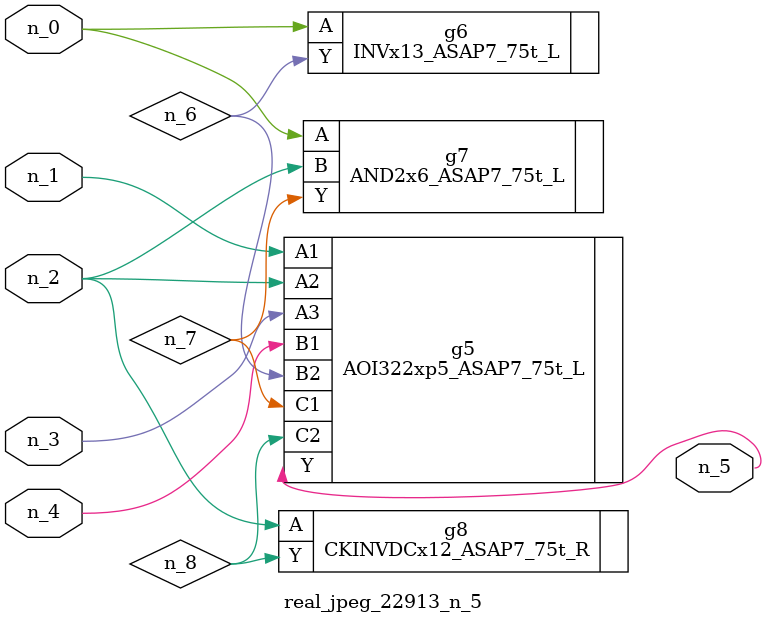
<source format=v>
module real_jpeg_22913_n_5 (n_4, n_0, n_1, n_2, n_3, n_5);

input n_4;
input n_0;
input n_1;
input n_2;
input n_3;

output n_5;

wire n_8;
wire n_6;
wire n_7;

INVx13_ASAP7_75t_L g6 ( 
.A(n_0),
.Y(n_6)
);

AND2x6_ASAP7_75t_L g7 ( 
.A(n_0),
.B(n_2),
.Y(n_7)
);

AOI322xp5_ASAP7_75t_L g5 ( 
.A1(n_1),
.A2(n_2),
.A3(n_3),
.B1(n_4),
.B2(n_6),
.C1(n_7),
.C2(n_8),
.Y(n_5)
);

CKINVDCx12_ASAP7_75t_R g8 ( 
.A(n_2),
.Y(n_8)
);


endmodule
</source>
